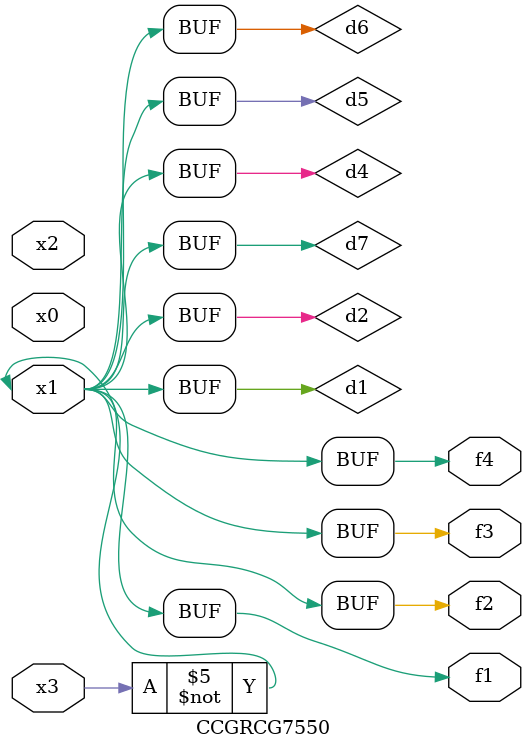
<source format=v>
module CCGRCG7550(
	input x0, x1, x2, x3,
	output f1, f2, f3, f4
);

	wire d1, d2, d3, d4, d5, d6, d7;

	not (d1, x3);
	buf (d2, x1);
	xnor (d3, d1, d2);
	nor (d4, d1);
	buf (d5, d1, d2);
	buf (d6, d4, d5);
	nand (d7, d4);
	assign f1 = d6;
	assign f2 = d7;
	assign f3 = d6;
	assign f4 = d6;
endmodule

</source>
